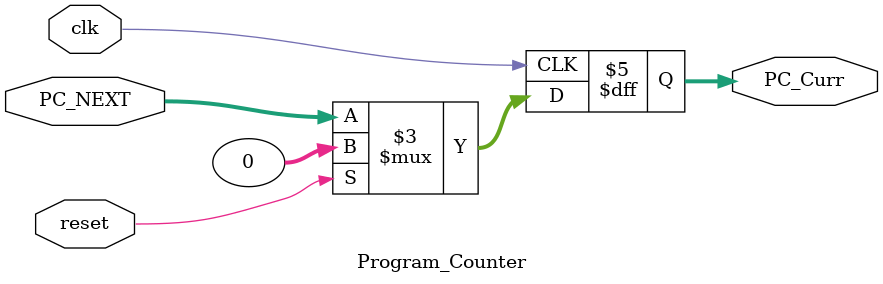
<source format=sv>
`timescale 1ns / 1ps


module Program_Counter#(parameter AddrSize = 32)(
    input logic [AddrSize-1:0]PC_NEXT,
    input logic clk,reset,
    output reg [AddrSize-1:0] PC_Curr
);
always_ff@(posedge clk)begin
    if(reset)begin
        PC_Curr <= 0;
    end
    else begin 
        PC_Curr <= PC_NEXT;
    end
end
endmodule

</source>
